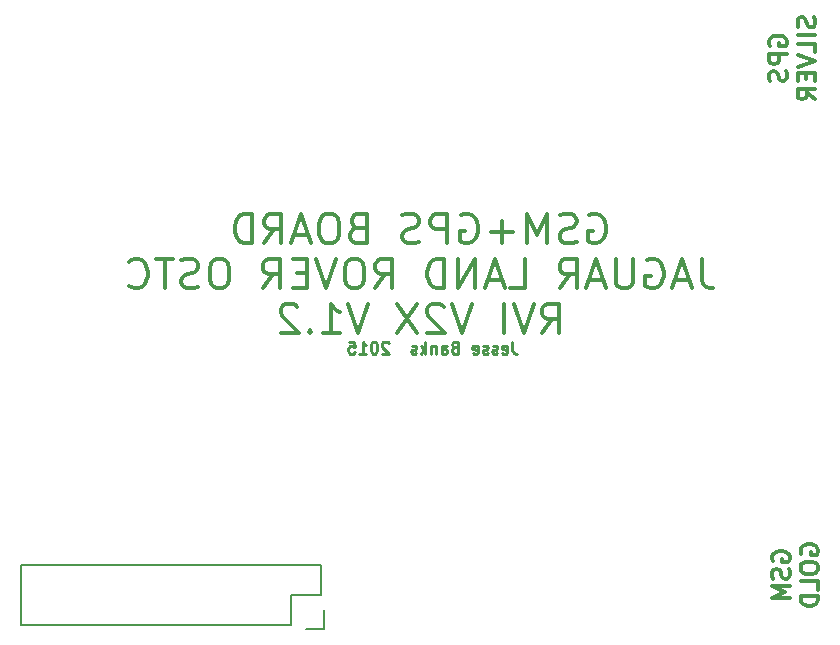
<source format=gbo>
G04 #@! TF.FileFunction,Legend,Bot*
%FSLAX46Y46*%
G04 Gerber Fmt 4.6, Leading zero omitted, Abs format (unit mm)*
G04 Created by KiCad (PCBNEW 4.0.0-rc1-stable) date 10/22/2015 12:37:03 PM*
%MOMM*%
G01*
G04 APERTURE LIST*
%ADD10C,0.100000*%
%ADD11C,0.250000*%
%ADD12C,0.300000*%
%ADD13C,0.150000*%
G04 APERTURE END LIST*
D10*
D11*
X166985715Y-112752381D02*
X166985715Y-113466667D01*
X167033335Y-113609524D01*
X167128573Y-113704762D01*
X167271430Y-113752381D01*
X167366668Y-113752381D01*
X166128572Y-113704762D02*
X166223810Y-113752381D01*
X166414287Y-113752381D01*
X166509525Y-113704762D01*
X166557144Y-113609524D01*
X166557144Y-113228571D01*
X166509525Y-113133333D01*
X166414287Y-113085714D01*
X166223810Y-113085714D01*
X166128572Y-113133333D01*
X166080953Y-113228571D01*
X166080953Y-113323810D01*
X166557144Y-113419048D01*
X165700001Y-113704762D02*
X165604763Y-113752381D01*
X165414287Y-113752381D01*
X165319048Y-113704762D01*
X165271429Y-113609524D01*
X165271429Y-113561905D01*
X165319048Y-113466667D01*
X165414287Y-113419048D01*
X165557144Y-113419048D01*
X165652382Y-113371429D01*
X165700001Y-113276190D01*
X165700001Y-113228571D01*
X165652382Y-113133333D01*
X165557144Y-113085714D01*
X165414287Y-113085714D01*
X165319048Y-113133333D01*
X164890477Y-113704762D02*
X164795239Y-113752381D01*
X164604763Y-113752381D01*
X164509524Y-113704762D01*
X164461905Y-113609524D01*
X164461905Y-113561905D01*
X164509524Y-113466667D01*
X164604763Y-113419048D01*
X164747620Y-113419048D01*
X164842858Y-113371429D01*
X164890477Y-113276190D01*
X164890477Y-113228571D01*
X164842858Y-113133333D01*
X164747620Y-113085714D01*
X164604763Y-113085714D01*
X164509524Y-113133333D01*
X163652381Y-113704762D02*
X163747619Y-113752381D01*
X163938096Y-113752381D01*
X164033334Y-113704762D01*
X164080953Y-113609524D01*
X164080953Y-113228571D01*
X164033334Y-113133333D01*
X163938096Y-113085714D01*
X163747619Y-113085714D01*
X163652381Y-113133333D01*
X163604762Y-113228571D01*
X163604762Y-113323810D01*
X164080953Y-113419048D01*
X162080952Y-113228571D02*
X161938095Y-113276190D01*
X161890476Y-113323810D01*
X161842857Y-113419048D01*
X161842857Y-113561905D01*
X161890476Y-113657143D01*
X161938095Y-113704762D01*
X162033333Y-113752381D01*
X162414286Y-113752381D01*
X162414286Y-112752381D01*
X162080952Y-112752381D01*
X161985714Y-112800000D01*
X161938095Y-112847619D01*
X161890476Y-112942857D01*
X161890476Y-113038095D01*
X161938095Y-113133333D01*
X161985714Y-113180952D01*
X162080952Y-113228571D01*
X162414286Y-113228571D01*
X160985714Y-113752381D02*
X160985714Y-113228571D01*
X161033333Y-113133333D01*
X161128571Y-113085714D01*
X161319048Y-113085714D01*
X161414286Y-113133333D01*
X160985714Y-113704762D02*
X161080952Y-113752381D01*
X161319048Y-113752381D01*
X161414286Y-113704762D01*
X161461905Y-113609524D01*
X161461905Y-113514286D01*
X161414286Y-113419048D01*
X161319048Y-113371429D01*
X161080952Y-113371429D01*
X160985714Y-113323810D01*
X160509524Y-113085714D02*
X160509524Y-113752381D01*
X160509524Y-113180952D02*
X160461905Y-113133333D01*
X160366667Y-113085714D01*
X160223809Y-113085714D01*
X160128571Y-113133333D01*
X160080952Y-113228571D01*
X160080952Y-113752381D01*
X159604762Y-113752381D02*
X159604762Y-112752381D01*
X159509524Y-113371429D02*
X159223809Y-113752381D01*
X159223809Y-113085714D02*
X159604762Y-113466667D01*
X158842857Y-113704762D02*
X158747619Y-113752381D01*
X158557143Y-113752381D01*
X158461904Y-113704762D01*
X158414285Y-113609524D01*
X158414285Y-113561905D01*
X158461904Y-113466667D01*
X158557143Y-113419048D01*
X158700000Y-113419048D01*
X158795238Y-113371429D01*
X158842857Y-113276190D01*
X158842857Y-113228571D01*
X158795238Y-113133333D01*
X158700000Y-113085714D01*
X158557143Y-113085714D01*
X158461904Y-113133333D01*
X156509523Y-112847619D02*
X156461904Y-112800000D01*
X156366666Y-112752381D01*
X156128570Y-112752381D01*
X156033332Y-112800000D01*
X155985713Y-112847619D01*
X155938094Y-112942857D01*
X155938094Y-113038095D01*
X155985713Y-113180952D01*
X156557142Y-113752381D01*
X155938094Y-113752381D01*
X155319047Y-112752381D02*
X155223808Y-112752381D01*
X155128570Y-112800000D01*
X155080951Y-112847619D01*
X155033332Y-112942857D01*
X154985713Y-113133333D01*
X154985713Y-113371429D01*
X155033332Y-113561905D01*
X155080951Y-113657143D01*
X155128570Y-113704762D01*
X155223808Y-113752381D01*
X155319047Y-113752381D01*
X155414285Y-113704762D01*
X155461904Y-113657143D01*
X155509523Y-113561905D01*
X155557142Y-113371429D01*
X155557142Y-113133333D01*
X155509523Y-112942857D01*
X155461904Y-112847619D01*
X155414285Y-112800000D01*
X155319047Y-112752381D01*
X154033332Y-113752381D02*
X154604761Y-113752381D01*
X154319047Y-113752381D02*
X154319047Y-112752381D01*
X154414285Y-112895238D01*
X154509523Y-112990476D01*
X154604761Y-113038095D01*
X153128570Y-112752381D02*
X153604761Y-112752381D01*
X153652380Y-113228571D01*
X153604761Y-113180952D01*
X153509523Y-113133333D01*
X153271427Y-113133333D01*
X153176189Y-113180952D01*
X153128570Y-113228571D01*
X153080951Y-113323810D01*
X153080951Y-113561905D01*
X153128570Y-113657143D01*
X153176189Y-113704762D01*
X153271427Y-113752381D01*
X153509523Y-113752381D01*
X153604761Y-113704762D01*
X153652380Y-113657143D01*
D12*
X189050000Y-131321429D02*
X188978571Y-131178572D01*
X188978571Y-130964286D01*
X189050000Y-130750001D01*
X189192857Y-130607143D01*
X189335714Y-130535715D01*
X189621429Y-130464286D01*
X189835714Y-130464286D01*
X190121429Y-130535715D01*
X190264286Y-130607143D01*
X190407143Y-130750001D01*
X190478571Y-130964286D01*
X190478571Y-131107143D01*
X190407143Y-131321429D01*
X190335714Y-131392858D01*
X189835714Y-131392858D01*
X189835714Y-131107143D01*
X190407143Y-131964286D02*
X190478571Y-132178572D01*
X190478571Y-132535715D01*
X190407143Y-132678572D01*
X190335714Y-132750001D01*
X190192857Y-132821429D01*
X190050000Y-132821429D01*
X189907143Y-132750001D01*
X189835714Y-132678572D01*
X189764286Y-132535715D01*
X189692857Y-132250001D01*
X189621429Y-132107143D01*
X189550000Y-132035715D01*
X189407143Y-131964286D01*
X189264286Y-131964286D01*
X189121429Y-132035715D01*
X189050000Y-132107143D01*
X188978571Y-132250001D01*
X188978571Y-132607143D01*
X189050000Y-132821429D01*
X190478571Y-133464286D02*
X188978571Y-133464286D01*
X190050000Y-133964286D01*
X188978571Y-134464286D01*
X190478571Y-134464286D01*
X191450000Y-130750000D02*
X191378571Y-130607143D01*
X191378571Y-130392857D01*
X191450000Y-130178572D01*
X191592857Y-130035714D01*
X191735714Y-129964286D01*
X192021429Y-129892857D01*
X192235714Y-129892857D01*
X192521429Y-129964286D01*
X192664286Y-130035714D01*
X192807143Y-130178572D01*
X192878571Y-130392857D01*
X192878571Y-130535714D01*
X192807143Y-130750000D01*
X192735714Y-130821429D01*
X192235714Y-130821429D01*
X192235714Y-130535714D01*
X191378571Y-131750000D02*
X191378571Y-132035714D01*
X191450000Y-132178572D01*
X191592857Y-132321429D01*
X191878571Y-132392857D01*
X192378571Y-132392857D01*
X192664286Y-132321429D01*
X192807143Y-132178572D01*
X192878571Y-132035714D01*
X192878571Y-131750000D01*
X192807143Y-131607143D01*
X192664286Y-131464286D01*
X192378571Y-131392857D01*
X191878571Y-131392857D01*
X191592857Y-131464286D01*
X191450000Y-131607143D01*
X191378571Y-131750000D01*
X192878571Y-133750001D02*
X192878571Y-133035715D01*
X191378571Y-133035715D01*
X192878571Y-134250001D02*
X191378571Y-134250001D01*
X191378571Y-134607144D01*
X191450000Y-134821429D01*
X191592857Y-134964287D01*
X191735714Y-135035715D01*
X192021429Y-135107144D01*
X192235714Y-135107144D01*
X192521429Y-135035715D01*
X192664286Y-134964287D01*
X192807143Y-134821429D01*
X192878571Y-134607144D01*
X192878571Y-134250001D01*
X188800000Y-87678572D02*
X188728571Y-87535715D01*
X188728571Y-87321429D01*
X188800000Y-87107144D01*
X188942857Y-86964286D01*
X189085714Y-86892858D01*
X189371429Y-86821429D01*
X189585714Y-86821429D01*
X189871429Y-86892858D01*
X190014286Y-86964286D01*
X190157143Y-87107144D01*
X190228571Y-87321429D01*
X190228571Y-87464286D01*
X190157143Y-87678572D01*
X190085714Y-87750001D01*
X189585714Y-87750001D01*
X189585714Y-87464286D01*
X190228571Y-88392858D02*
X188728571Y-88392858D01*
X188728571Y-88964286D01*
X188800000Y-89107144D01*
X188871429Y-89178572D01*
X189014286Y-89250001D01*
X189228571Y-89250001D01*
X189371429Y-89178572D01*
X189442857Y-89107144D01*
X189514286Y-88964286D01*
X189514286Y-88392858D01*
X190157143Y-89821429D02*
X190228571Y-90035715D01*
X190228571Y-90392858D01*
X190157143Y-90535715D01*
X190085714Y-90607144D01*
X189942857Y-90678572D01*
X189800000Y-90678572D01*
X189657143Y-90607144D01*
X189585714Y-90535715D01*
X189514286Y-90392858D01*
X189442857Y-90107144D01*
X189371429Y-89964286D01*
X189300000Y-89892858D01*
X189157143Y-89821429D01*
X189014286Y-89821429D01*
X188871429Y-89892858D01*
X188800000Y-89964286D01*
X188728571Y-90107144D01*
X188728571Y-90464286D01*
X188800000Y-90678572D01*
X192557143Y-85285714D02*
X192628571Y-85500000D01*
X192628571Y-85857143D01*
X192557143Y-86000000D01*
X192485714Y-86071429D01*
X192342857Y-86142857D01*
X192200000Y-86142857D01*
X192057143Y-86071429D01*
X191985714Y-86000000D01*
X191914286Y-85857143D01*
X191842857Y-85571429D01*
X191771429Y-85428571D01*
X191700000Y-85357143D01*
X191557143Y-85285714D01*
X191414286Y-85285714D01*
X191271429Y-85357143D01*
X191200000Y-85428571D01*
X191128571Y-85571429D01*
X191128571Y-85928571D01*
X191200000Y-86142857D01*
X192628571Y-86785714D02*
X191128571Y-86785714D01*
X192628571Y-88214286D02*
X192628571Y-87500000D01*
X191128571Y-87500000D01*
X191128571Y-88500000D02*
X192628571Y-89000000D01*
X191128571Y-89500000D01*
X191842857Y-90000000D02*
X191842857Y-90500000D01*
X192628571Y-90714286D02*
X192628571Y-90000000D01*
X191128571Y-90000000D01*
X191128571Y-90714286D01*
X192628571Y-92214286D02*
X191914286Y-91714286D01*
X192628571Y-91357143D02*
X191128571Y-91357143D01*
X191128571Y-91928571D01*
X191200000Y-92071429D01*
X191271429Y-92142857D01*
X191414286Y-92214286D01*
X191628571Y-92214286D01*
X191771429Y-92142857D01*
X191842857Y-92071429D01*
X191914286Y-91928571D01*
X191914286Y-91357143D01*
X173485714Y-102050000D02*
X173723809Y-101930952D01*
X174080952Y-101930952D01*
X174438095Y-102050000D01*
X174676190Y-102288095D01*
X174795238Y-102526190D01*
X174914286Y-103002381D01*
X174914286Y-103359524D01*
X174795238Y-103835714D01*
X174676190Y-104073810D01*
X174438095Y-104311905D01*
X174080952Y-104430952D01*
X173842857Y-104430952D01*
X173485714Y-104311905D01*
X173366666Y-104192857D01*
X173366666Y-103359524D01*
X173842857Y-103359524D01*
X172414286Y-104311905D02*
X172057143Y-104430952D01*
X171461905Y-104430952D01*
X171223809Y-104311905D01*
X171104762Y-104192857D01*
X170985714Y-103954762D01*
X170985714Y-103716667D01*
X171104762Y-103478571D01*
X171223809Y-103359524D01*
X171461905Y-103240476D01*
X171938095Y-103121429D01*
X172176190Y-103002381D01*
X172295238Y-102883333D01*
X172414286Y-102645238D01*
X172414286Y-102407143D01*
X172295238Y-102169048D01*
X172176190Y-102050000D01*
X171938095Y-101930952D01*
X171342857Y-101930952D01*
X170985714Y-102050000D01*
X169914286Y-104430952D02*
X169914286Y-101930952D01*
X169080953Y-103716667D01*
X168247619Y-101930952D01*
X168247619Y-104430952D01*
X167057143Y-103478571D02*
X165152381Y-103478571D01*
X166104762Y-104430952D02*
X166104762Y-102526190D01*
X162652381Y-102050000D02*
X162890476Y-101930952D01*
X163247619Y-101930952D01*
X163604762Y-102050000D01*
X163842857Y-102288095D01*
X163961905Y-102526190D01*
X164080953Y-103002381D01*
X164080953Y-103359524D01*
X163961905Y-103835714D01*
X163842857Y-104073810D01*
X163604762Y-104311905D01*
X163247619Y-104430952D01*
X163009524Y-104430952D01*
X162652381Y-104311905D01*
X162533333Y-104192857D01*
X162533333Y-103359524D01*
X163009524Y-103359524D01*
X161461905Y-104430952D02*
X161461905Y-101930952D01*
X160509524Y-101930952D01*
X160271429Y-102050000D01*
X160152381Y-102169048D01*
X160033333Y-102407143D01*
X160033333Y-102764286D01*
X160152381Y-103002381D01*
X160271429Y-103121429D01*
X160509524Y-103240476D01*
X161461905Y-103240476D01*
X159080953Y-104311905D02*
X158723810Y-104430952D01*
X158128572Y-104430952D01*
X157890476Y-104311905D01*
X157771429Y-104192857D01*
X157652381Y-103954762D01*
X157652381Y-103716667D01*
X157771429Y-103478571D01*
X157890476Y-103359524D01*
X158128572Y-103240476D01*
X158604762Y-103121429D01*
X158842857Y-103002381D01*
X158961905Y-102883333D01*
X159080953Y-102645238D01*
X159080953Y-102407143D01*
X158961905Y-102169048D01*
X158842857Y-102050000D01*
X158604762Y-101930952D01*
X158009524Y-101930952D01*
X157652381Y-102050000D01*
X153842858Y-103121429D02*
X153485715Y-103240476D01*
X153366667Y-103359524D01*
X153247619Y-103597619D01*
X153247619Y-103954762D01*
X153366667Y-104192857D01*
X153485715Y-104311905D01*
X153723810Y-104430952D01*
X154676191Y-104430952D01*
X154676191Y-101930952D01*
X153842858Y-101930952D01*
X153604762Y-102050000D01*
X153485715Y-102169048D01*
X153366667Y-102407143D01*
X153366667Y-102645238D01*
X153485715Y-102883333D01*
X153604762Y-103002381D01*
X153842858Y-103121429D01*
X154676191Y-103121429D01*
X151700000Y-101930952D02*
X151223810Y-101930952D01*
X150985715Y-102050000D01*
X150747619Y-102288095D01*
X150628572Y-102764286D01*
X150628572Y-103597619D01*
X150747619Y-104073810D01*
X150985715Y-104311905D01*
X151223810Y-104430952D01*
X151700000Y-104430952D01*
X151938096Y-104311905D01*
X152176191Y-104073810D01*
X152295239Y-103597619D01*
X152295239Y-102764286D01*
X152176191Y-102288095D01*
X151938096Y-102050000D01*
X151700000Y-101930952D01*
X149676191Y-103716667D02*
X148485714Y-103716667D01*
X149914286Y-104430952D02*
X149080952Y-101930952D01*
X148247619Y-104430952D01*
X145985714Y-104430952D02*
X146819048Y-103240476D01*
X147414286Y-104430952D02*
X147414286Y-101930952D01*
X146461905Y-101930952D01*
X146223810Y-102050000D01*
X146104762Y-102169048D01*
X145985714Y-102407143D01*
X145985714Y-102764286D01*
X146104762Y-103002381D01*
X146223810Y-103121429D01*
X146461905Y-103240476D01*
X147414286Y-103240476D01*
X144914286Y-104430952D02*
X144914286Y-101930952D01*
X144319048Y-101930952D01*
X143961905Y-102050000D01*
X143723810Y-102288095D01*
X143604762Y-102526190D01*
X143485714Y-103002381D01*
X143485714Y-103359524D01*
X143604762Y-103835714D01*
X143723810Y-104073810D01*
X143961905Y-104311905D01*
X144319048Y-104430952D01*
X144914286Y-104430952D01*
X183009524Y-105730952D02*
X183009524Y-107516667D01*
X183128572Y-107873810D01*
X183366667Y-108111905D01*
X183723810Y-108230952D01*
X183961905Y-108230952D01*
X181938096Y-107516667D02*
X180747619Y-107516667D01*
X182176191Y-108230952D02*
X181342857Y-105730952D01*
X180509524Y-108230952D01*
X178366667Y-105850000D02*
X178604762Y-105730952D01*
X178961905Y-105730952D01*
X179319048Y-105850000D01*
X179557143Y-106088095D01*
X179676191Y-106326190D01*
X179795239Y-106802381D01*
X179795239Y-107159524D01*
X179676191Y-107635714D01*
X179557143Y-107873810D01*
X179319048Y-108111905D01*
X178961905Y-108230952D01*
X178723810Y-108230952D01*
X178366667Y-108111905D01*
X178247619Y-107992857D01*
X178247619Y-107159524D01*
X178723810Y-107159524D01*
X177176191Y-105730952D02*
X177176191Y-107754762D01*
X177057143Y-107992857D01*
X176938096Y-108111905D01*
X176700000Y-108230952D01*
X176223810Y-108230952D01*
X175985715Y-108111905D01*
X175866667Y-107992857D01*
X175747619Y-107754762D01*
X175747619Y-105730952D01*
X174676191Y-107516667D02*
X173485714Y-107516667D01*
X174914286Y-108230952D02*
X174080952Y-105730952D01*
X173247619Y-108230952D01*
X170985714Y-108230952D02*
X171819048Y-107040476D01*
X172414286Y-108230952D02*
X172414286Y-105730952D01*
X171461905Y-105730952D01*
X171223810Y-105850000D01*
X171104762Y-105969048D01*
X170985714Y-106207143D01*
X170985714Y-106564286D01*
X171104762Y-106802381D01*
X171223810Y-106921429D01*
X171461905Y-107040476D01*
X172414286Y-107040476D01*
X166819048Y-108230952D02*
X168009524Y-108230952D01*
X168009524Y-105730952D01*
X166104762Y-107516667D02*
X164914285Y-107516667D01*
X166342857Y-108230952D02*
X165509523Y-105730952D01*
X164676190Y-108230952D01*
X163842857Y-108230952D02*
X163842857Y-105730952D01*
X162414285Y-108230952D01*
X162414285Y-105730952D01*
X161223809Y-108230952D02*
X161223809Y-105730952D01*
X160628571Y-105730952D01*
X160271428Y-105850000D01*
X160033333Y-106088095D01*
X159914285Y-106326190D01*
X159795237Y-106802381D01*
X159795237Y-107159524D01*
X159914285Y-107635714D01*
X160033333Y-107873810D01*
X160271428Y-108111905D01*
X160628571Y-108230952D01*
X161223809Y-108230952D01*
X155390475Y-108230952D02*
X156223809Y-107040476D01*
X156819047Y-108230952D02*
X156819047Y-105730952D01*
X155866666Y-105730952D01*
X155628571Y-105850000D01*
X155509523Y-105969048D01*
X155390475Y-106207143D01*
X155390475Y-106564286D01*
X155509523Y-106802381D01*
X155628571Y-106921429D01*
X155866666Y-107040476D01*
X156819047Y-107040476D01*
X153842856Y-105730952D02*
X153366666Y-105730952D01*
X153128571Y-105850000D01*
X152890475Y-106088095D01*
X152771428Y-106564286D01*
X152771428Y-107397619D01*
X152890475Y-107873810D01*
X153128571Y-108111905D01*
X153366666Y-108230952D01*
X153842856Y-108230952D01*
X154080952Y-108111905D01*
X154319047Y-107873810D01*
X154438095Y-107397619D01*
X154438095Y-106564286D01*
X154319047Y-106088095D01*
X154080952Y-105850000D01*
X153842856Y-105730952D01*
X152057142Y-105730952D02*
X151223808Y-108230952D01*
X150390475Y-105730952D01*
X149557142Y-106921429D02*
X148723809Y-106921429D01*
X148366666Y-108230952D02*
X149557142Y-108230952D01*
X149557142Y-105730952D01*
X148366666Y-105730952D01*
X145866665Y-108230952D02*
X146699999Y-107040476D01*
X147295237Y-108230952D02*
X147295237Y-105730952D01*
X146342856Y-105730952D01*
X146104761Y-105850000D01*
X145985713Y-105969048D01*
X145866665Y-106207143D01*
X145866665Y-106564286D01*
X145985713Y-106802381D01*
X146104761Y-106921429D01*
X146342856Y-107040476D01*
X147295237Y-107040476D01*
X142414284Y-105730952D02*
X141938094Y-105730952D01*
X141699999Y-105850000D01*
X141461903Y-106088095D01*
X141342856Y-106564286D01*
X141342856Y-107397619D01*
X141461903Y-107873810D01*
X141699999Y-108111905D01*
X141938094Y-108230952D01*
X142414284Y-108230952D01*
X142652380Y-108111905D01*
X142890475Y-107873810D01*
X143009523Y-107397619D01*
X143009523Y-106564286D01*
X142890475Y-106088095D01*
X142652380Y-105850000D01*
X142414284Y-105730952D01*
X140390475Y-108111905D02*
X140033332Y-108230952D01*
X139438094Y-108230952D01*
X139199998Y-108111905D01*
X139080951Y-107992857D01*
X138961903Y-107754762D01*
X138961903Y-107516667D01*
X139080951Y-107278571D01*
X139199998Y-107159524D01*
X139438094Y-107040476D01*
X139914284Y-106921429D01*
X140152379Y-106802381D01*
X140271427Y-106683333D01*
X140390475Y-106445238D01*
X140390475Y-106207143D01*
X140271427Y-105969048D01*
X140152379Y-105850000D01*
X139914284Y-105730952D01*
X139319046Y-105730952D01*
X138961903Y-105850000D01*
X138247618Y-105730952D02*
X136819046Y-105730952D01*
X137533332Y-108230952D02*
X137533332Y-105730952D01*
X134557141Y-107992857D02*
X134676189Y-108111905D01*
X135033332Y-108230952D01*
X135271427Y-108230952D01*
X135628570Y-108111905D01*
X135866665Y-107873810D01*
X135985713Y-107635714D01*
X136104761Y-107159524D01*
X136104761Y-106802381D01*
X135985713Y-106326190D01*
X135866665Y-106088095D01*
X135628570Y-105850000D01*
X135271427Y-105730952D01*
X135033332Y-105730952D01*
X134676189Y-105850000D01*
X134557141Y-105969048D01*
X169497617Y-112030952D02*
X170330951Y-110840476D01*
X170926189Y-112030952D02*
X170926189Y-109530952D01*
X169973808Y-109530952D01*
X169735713Y-109650000D01*
X169616665Y-109769048D01*
X169497617Y-110007143D01*
X169497617Y-110364286D01*
X169616665Y-110602381D01*
X169735713Y-110721429D01*
X169973808Y-110840476D01*
X170926189Y-110840476D01*
X168783332Y-109530952D02*
X167949998Y-112030952D01*
X167116665Y-109530952D01*
X166283332Y-112030952D02*
X166283332Y-109530952D01*
X163545237Y-109530952D02*
X162711903Y-112030952D01*
X161878570Y-109530952D01*
X161164285Y-109769048D02*
X161045237Y-109650000D01*
X160807142Y-109530952D01*
X160211904Y-109530952D01*
X159973808Y-109650000D01*
X159854761Y-109769048D01*
X159735713Y-110007143D01*
X159735713Y-110245238D01*
X159854761Y-110602381D01*
X161283332Y-112030952D01*
X159735713Y-112030952D01*
X158902380Y-109530952D02*
X157235713Y-112030952D01*
X157235713Y-109530952D02*
X158902380Y-112030952D01*
X154735714Y-109530952D02*
X153902380Y-112030952D01*
X153069047Y-109530952D01*
X150926190Y-112030952D02*
X152354762Y-112030952D01*
X151640476Y-112030952D02*
X151640476Y-109530952D01*
X151878571Y-109888095D01*
X152116666Y-110126190D01*
X152354762Y-110245238D01*
X149854762Y-111792857D02*
X149735714Y-111911905D01*
X149854762Y-112030952D01*
X149973810Y-111911905D01*
X149854762Y-111792857D01*
X149854762Y-112030952D01*
X148783334Y-109769048D02*
X148664286Y-109650000D01*
X148426191Y-109530952D01*
X147830953Y-109530952D01*
X147592857Y-109650000D01*
X147473810Y-109769048D01*
X147354762Y-110007143D01*
X147354762Y-110245238D01*
X147473810Y-110602381D01*
X148902381Y-112030952D01*
X147354762Y-112030952D01*
D13*
X125370000Y-131690000D02*
X150770000Y-131690000D01*
X148230000Y-136770000D02*
X125370000Y-136770000D01*
X125370000Y-131690000D02*
X125370000Y-136770000D01*
X150770000Y-131690000D02*
X150770000Y-134230000D01*
X151050000Y-135500000D02*
X151050000Y-137050000D01*
X150770000Y-134230000D02*
X148230000Y-134230000D01*
X148230000Y-134230000D02*
X148230000Y-136770000D01*
X151050000Y-137050000D02*
X149500000Y-137050000D01*
M02*

</source>
